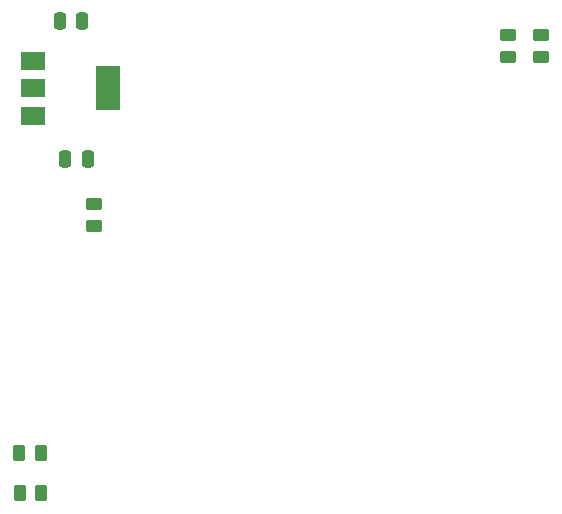
<source format=gbr>
%TF.GenerationSoftware,KiCad,Pcbnew,(6.0.1)*%
%TF.CreationDate,2022-02-03T23:43:58+01:00*%
%TF.ProjectId,CartePrincipaleR1,43617274-6550-4726-996e-636970616c65,rev?*%
%TF.SameCoordinates,Original*%
%TF.FileFunction,Paste,Top*%
%TF.FilePolarity,Positive*%
%FSLAX46Y46*%
G04 Gerber Fmt 4.6, Leading zero omitted, Abs format (unit mm)*
G04 Created by KiCad (PCBNEW (6.0.1)) date 2022-02-03 23:43:58*
%MOMM*%
%LPD*%
G01*
G04 APERTURE LIST*
G04 Aperture macros list*
%AMRoundRect*
0 Rectangle with rounded corners*
0 $1 Rounding radius*
0 $2 $3 $4 $5 $6 $7 $8 $9 X,Y pos of 4 corners*
0 Add a 4 corners polygon primitive as box body*
4,1,4,$2,$3,$4,$5,$6,$7,$8,$9,$2,$3,0*
0 Add four circle primitives for the rounded corners*
1,1,$1+$1,$2,$3*
1,1,$1+$1,$4,$5*
1,1,$1+$1,$6,$7*
1,1,$1+$1,$8,$9*
0 Add four rect primitives between the rounded corners*
20,1,$1+$1,$2,$3,$4,$5,0*
20,1,$1+$1,$4,$5,$6,$7,0*
20,1,$1+$1,$6,$7,$8,$9,0*
20,1,$1+$1,$8,$9,$2,$3,0*%
G04 Aperture macros list end*
%ADD10RoundRect,0.250000X0.450000X-0.262500X0.450000X0.262500X-0.450000X0.262500X-0.450000X-0.262500X0*%
%ADD11RoundRect,0.250000X-0.250000X-0.475000X0.250000X-0.475000X0.250000X0.475000X-0.250000X0.475000X0*%
%ADD12R,2.000000X1.500000*%
%ADD13R,2.000000X3.800000*%
%ADD14RoundRect,0.250000X0.262500X0.450000X-0.262500X0.450000X-0.262500X-0.450000X0.262500X-0.450000X0*%
%ADD15RoundRect,0.250000X-0.450000X0.262500X-0.450000X-0.262500X0.450000X-0.262500X0.450000X0.262500X0*%
G04 APERTURE END LIST*
D10*
%TO.C,R1*%
X120300000Y-78425000D03*
X120300000Y-76600000D03*
%TD*%
D11*
%TO.C,C1*%
X79600000Y-75400000D03*
X81500000Y-75400000D03*
%TD*%
D12*
%TO.C,U1*%
X77350000Y-78800000D03*
X77350000Y-81100000D03*
D13*
X83650000Y-81100000D03*
D12*
X77350000Y-83400000D03*
%TD*%
D11*
%TO.C,C2*%
X80050000Y-87100000D03*
X81950000Y-87100000D03*
%TD*%
D14*
%TO.C,R6*%
X78012500Y-115400000D03*
X76187500Y-115400000D03*
%TD*%
D15*
%TO.C,R4*%
X82500000Y-90887500D03*
X82500000Y-92712500D03*
%TD*%
D10*
%TO.C,R2*%
X117500000Y-78425000D03*
X117500000Y-76600000D03*
%TD*%
D14*
%TO.C,R5*%
X78000000Y-112000000D03*
X76175000Y-112000000D03*
%TD*%
M02*

</source>
